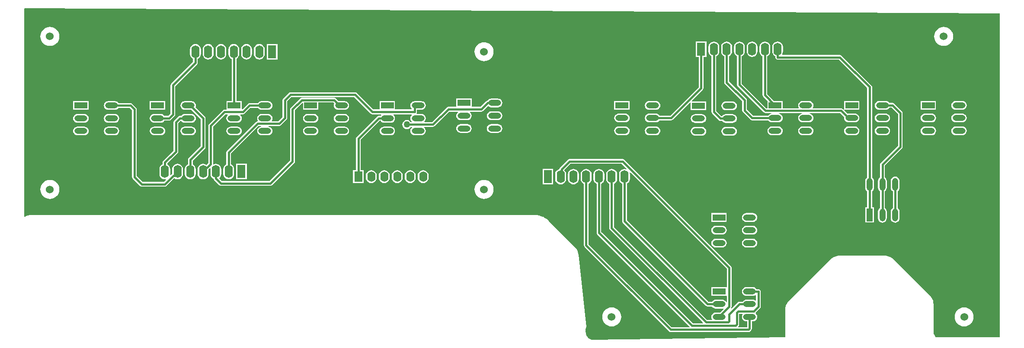
<source format=gtl>
%FSTAX23Y23*%
%MOIN*%
%SFA1B1*%

%IPPOS*%
%ADD22C,0.015750*%
%ADD23O,0.098430X0.047240*%
%ADD24R,0.098430X0.047240*%
%ADD25O,0.047240X0.098430*%
%ADD26R,0.047240X0.098430*%
%ADD27R,0.062990X0.098430*%
%ADD28O,0.062990X0.098430*%
%ADD29O,0.062990X0.078740*%
%ADD30R,0.062990X0.078740*%
%ADD31C,0.060000*%
%ADD32C,0.050000*%
%LNbutton_pad-1*%
%LPD*%
G36*
X08503Y02539D02*
Y00039D01*
X08011*
X08007Y00044*
X07999Y00055*
X07994Y00067*
X07992Y0008*
Y00086*
Y00295*
X07991Y00304*
X07988Y00322*
X0798Y0034*
X0797Y00355*
X07964Y00362*
X07686Y0064*
X07679Y00646*
X07663Y00657*
X07645Y00664*
X07625Y00668*
X07616Y00669*
X07265*
X07256Y00668*
X07236Y00664*
X07218Y00657*
X07202Y00646*
X07195Y0064*
X06879Y00324*
X06873Y00317*
X06862Y003*
X06854Y00282*
X0685Y00263*
X0685Y00253*
Y00039*
X05355Y0002*
X05349Y00023*
X05336Y00031*
X05326Y00041*
X05317Y00054*
X05312Y00068*
X05309Y00082*
X05309Y00097*
X05312Y00112*
X05315Y00119*
X05255Y00677*
Y00677*
X05254Y00686*
X05249Y00702*
X05242Y00717*
X05232Y00731*
X05226Y00737*
X05027Y00936*
X05022Y00942*
X05009Y00952*
X04996Y00961*
X04982Y00968*
X04967Y00974*
X04952Y00979*
X04936Y00982*
X04921Y00984*
X04913Y00984*
X01031*
X01025Y00983*
X01012Y00981*
X01Y00976*
X00989Y00969*
X00987Y00969*
X00984Y0097*
Y02575*
X00987Y02578*
X08503Y02539*
G37*
%LNbutton_pad-2*%
%LPC*%
G36*
X0807Y02435D02*
X08056Y02434D01*
X08042Y02429*
X0803Y02423*
X08019Y02414*
X08009Y02402*
X08003Y0239*
X07998Y02376*
X07997Y02362*
X07998Y02347*
X08003Y02334*
X08009Y02321*
X08019Y0231*
X0803Y02301*
X08042Y02294*
X08056Y0229*
X0807Y02288*
X08085Y0229*
X08098Y02294*
X08111Y02301*
X08122Y0231*
X08131Y02321*
X08138Y02334*
X08142Y02347*
X08144Y02362*
X08142Y02376*
X08138Y0239*
X08131Y02402*
X08122Y02414*
X08111Y02423*
X08098Y02429*
X08085Y02434*
X0807Y02435*
G37*
G36*
X01181D02*
X01166Y02434D01*
X01153Y02429*
X0114Y02423*
X01129Y02414*
X0112Y02402*
X01113Y0239*
X01109Y02376*
X01107Y02362*
X01109Y02347*
X01113Y02334*
X0112Y02321*
X01129Y0231*
X0114Y02301*
X01153Y02294*
X01166Y0229*
X01181Y02288*
X01195Y0229*
X01209Y02294*
X01221Y02301*
X01232Y0231*
X01242Y02321*
X01248Y02334*
X01253Y02347*
X01254Y02362*
X01253Y02376*
X01248Y0239*
X01242Y02402*
X01232Y02414*
X01221Y02423*
X01209Y02429*
X01195Y02434*
X01181Y02435*
G37*
G36*
X06594Y02323D02*
X06583Y02321D01*
X06573Y02317*
X06564Y02311*
X06558Y02302*
X06554Y02292*
X06552Y02281*
Y02246*
X06554Y02235*
X06558Y02225*
X06564Y02216*
X06573Y02209*
X06583Y02205*
X06594Y02204*
X06605Y02205*
X06615Y02209*
X06624Y02216*
X0663Y02225*
X06634Y02235*
X06636Y02246*
Y02281*
X06634Y02292*
X0663Y02302*
X06624Y02311*
X06615Y02317*
X06605Y02321*
X06594Y02323*
G37*
G36*
X02935Y02303D02*
X02852D01*
Y02184*
X02935*
Y02303*
G37*
G36*
X02795Y02303D02*
X02784Y02302D01*
X02774Y02298*
X02765Y02291*
X02759Y02282*
X02754Y02272*
X02753Y02261*
Y02226*
X02754Y02215*
X02759Y02205*
X02765Y02196*
X02774Y0219*
X02784Y02185*
X02795Y02184*
X02806Y02185*
X02816Y0219*
X02824Y02196*
X02831Y02205*
X02835Y02215*
X02837Y02226*
Y02261*
X02835Y02272*
X02831Y02282*
X02824Y02291*
X02816Y02298*
X02806Y02302*
X02795Y02303*
G37*
G36*
X02696D02*
X02686Y02302D01*
X02675Y02298*
X02667Y02291*
X0266Y02282*
X02656Y02272*
X02655Y02261*
Y02226*
X02656Y02215*
X0266Y02205*
X02667Y02196*
X02675Y0219*
X02686Y02185*
X02696Y02184*
X02707Y02185*
X02717Y0219*
X02726Y02196*
X02733Y02205*
X02737Y02215*
X02738Y02226*
Y02261*
X02737Y02272*
X02733Y02282*
X02726Y02291*
X02717Y02298*
X02707Y02302*
X02696Y02303*
G37*
G36*
X025D02*
X02489Y02302D01*
X02479Y02298*
X0247Y02291*
X02463Y02282*
X02459Y02272*
X02458Y02261*
Y02226*
X02459Y02215*
X02463Y02205*
X0247Y02196*
X02479Y0219*
X02489Y02185*
X025Y02184*
X0251Y02185*
X0252Y0219*
X02529Y02196*
X02536Y02205*
X0254Y02215*
X02541Y02226*
Y02261*
X0254Y02272*
X02536Y02282*
X02529Y02291*
X0252Y02298*
X0251Y02302*
X025Y02303*
G37*
G36*
X02401D02*
X0239Y02302D01*
X0238Y02298*
X02371Y02291*
X02365Y02282*
X02361Y02272*
X02359Y02261*
Y02226*
X02361Y02215*
X02365Y02205*
X02371Y02196*
X0238Y0219*
X0239Y02185*
X02401Y02184*
X02412Y02185*
X02422Y0219*
X02431Y02196*
X02437Y02205*
X02442Y02215*
X02443Y02226*
Y02261*
X02442Y02272*
X02437Y02282*
X02431Y02291*
X02422Y02298*
X02412Y02302*
X02401Y02303*
G37*
G36*
X04527Y02317D02*
X04513Y02316D01*
X04499Y02311*
X04486Y02305*
X04475Y02295*
X04466Y02284*
X04459Y02272*
X04455Y02258*
X04454Y02244*
X04455Y02229*
X04459Y02216*
X04466Y02203*
X04475Y02192*
X04486Y02183*
X04499Y02176*
X04513Y02172*
X04527Y0217*
X04541Y02172*
X04555Y02176*
X04568Y02183*
X04579Y02192*
X04588Y02203*
X04595Y02216*
X04599Y02229*
X046Y02244*
X04599Y02258*
X04595Y02272*
X04588Y02284*
X04579Y02295*
X04568Y02305*
X04555Y02311*
X04541Y02316*
X04527Y02317*
G37*
G36*
X03534Y01931D02*
D01*
X03035*
X03028Y01929*
X03022Y01925*
X02979Y01882*
X02975Y01877*
X02973Y0187*
Y01739*
X02941Y01707*
X02893*
X02891Y01711*
X02892Y01713*
X02895Y01721*
X02897Y0173*
X02895Y01739*
X02892Y01747*
X02887Y01754*
X0288Y01759*
X02871Y01763*
X02863Y01764*
X02811*
X02803Y01763*
X02795Y01759*
X02788Y01754*
X02782Y01747*
X02779Y01739*
X02778Y0173*
X02779Y01721*
X02782Y01713*
X02784Y01711*
X02783Y0171*
X02781Y01707*
X02775Y01705*
X02769Y01701*
X02546Y01478*
X02542Y01473*
X0254Y01466*
Y01373*
X02538Y01372*
X02529Y01366*
X02522Y01357*
X02518Y01347*
X02517Y01336*
Y01301*
X02518Y0129*
X02522Y0128*
X02529Y01271*
X02538Y01264*
X02548Y0126*
X02559Y01259*
X02569Y0126*
X02579Y01264*
X02588Y01271*
X02595Y0128*
X02599Y0129*
X026Y01301*
Y01336*
X02599Y01347*
X02595Y01357*
X02588Y01366*
X02579Y01372*
X02577Y01373*
Y01458*
X02789Y0167*
X02809*
X02809Y01665*
X02803Y01664*
X02795Y01661*
X02788Y01656*
X02782Y01649*
X02779Y0164*
X02778Y01632*
X02779Y01623*
X02782Y01615*
X02788Y01608*
X02795Y01602*
X02803Y01599*
X02811Y01598*
X02863*
X02871Y01599*
X0288Y01602*
X02887Y01608*
X02892Y01615*
X02895Y01623*
X02897Y01632*
X02895Y0164*
X02892Y01649*
X02887Y01656*
X0288Y01661*
X02871Y01664*
X02865Y01665*
X02865Y0167*
X02948*
X02955Y01672*
X02961Y01676*
X03005Y01719*
X03008Y01725*
X0301Y01732*
Y01862*
X03042Y01894*
X03526*
X03654Y01767*
X0366Y01763*
X03667Y01761*
X03734*
X03735Y01756*
X03732Y01754*
X03728Y01748*
X03715*
X03708Y01747*
X03702Y01743*
X03545Y01586*
X03541Y0158*
X0354Y01573*
Y01328*
X03516*
Y0123*
X03599*
Y01328*
X03576*
Y01566*
X03722Y01712*
X03728*
X03732Y01706*
X03739Y01701*
X03748Y01697*
X03756Y01696*
X03808*
X03816Y01697*
X03825Y01701*
X03832Y01706*
X03837Y01713*
X0384Y01721*
X03841Y0173*
X0384Y01739*
X03837Y01747*
X03832Y01754*
X03829Y01756*
X0383Y01761*
X0397*
X03971Y01756*
X03969Y01754*
X03963Y01747*
X0396Y01739*
X03959Y0173*
X0396Y01721*
X03963Y01713*
X03969Y01706*
X0397Y01705*
X03969Y017*
X03963*
X03957Y01706*
X0395Y01712*
X03942Y01716*
X03933Y01717*
X03923Y01716*
X03915Y01712*
X03908Y01706*
X03902Y01699*
X03898Y01691*
X03897Y01682*
X03898Y01672*
X03902Y01664*
X03908Y01657*
X03915Y01651*
X03923Y01647*
X03933Y01646*
X03942Y01647*
X0395Y01651*
X03957Y01657*
X03963Y01663*
X0397*
X03972Y01658*
X03969Y01656*
X03963Y01649*
X0396Y0164*
X03959Y01632*
X0396Y01623*
X03963Y01615*
X03969Y01608*
X03976Y01602*
X03984Y01599*
X03993Y01598*
X04044*
X04053Y01599*
X04061Y01602*
X04068Y01608*
X04073Y01615*
X04077Y01623*
X04078Y01632*
X04077Y0164*
X04073Y01649*
X04068Y01656*
X04064Y01658*
X04066Y01663*
X04134*
X0414Y01665*
X04146Y01669*
X04259Y01781*
X04325*
X04326Y01776*
X04323Y01774*
X04318Y01767*
X04314Y01759*
X04313Y0175*
X04314Y01741*
X04318Y01733*
X04323Y01726*
X0433Y0172*
X04338Y01717*
X04347Y01716*
X04398*
X04407Y01717*
X04415Y0172*
X04422Y01726*
X04427Y01733*
X04431Y01741*
X04432Y0175*
X04431Y01759*
X04427Y01767*
X04422Y01774*
X04419Y01776*
X0442Y01781*
X04507*
X04513Y01783*
X04519Y01787*
X04557Y01824*
X04559Y01824*
X04566Y01819*
X04574Y01815*
X04583Y01814*
X04634*
X04643Y01815*
X04651Y01819*
X04658Y01824*
X04664Y01831*
X04667Y01839*
X04668Y01848*
X04667Y01857*
X04664Y01865*
X04658Y01872*
X04651Y01878*
X04643Y01881*
X04634Y01882*
X04583*
X04574Y01881*
X04566Y01878*
X04559Y01872*
X04555Y01866*
X04548Y01865*
X04542Y01861*
X04499Y01818*
X04432*
Y01882*
X04313*
Y01818*
X04252*
X04245Y01816*
X04239Y01812*
X04126Y017*
X04068*
X04066Y01705*
X04068Y01706*
X04073Y01713*
X04077Y01721*
X04078Y0173*
X04077Y01739*
X04073Y01747*
X04068Y01754*
X04061Y01759*
X04053Y01763*
X04044Y01764*
X0401*
X04007Y01769*
X04009Y01773*
X04011Y0178*
Y01795*
X04044*
X04053Y01796*
X04061Y01799*
X04068Y01805*
X04073Y01812*
X04077Y0182*
X04078Y01829*
X04077Y01837*
X04073Y01845*
X04068Y01853*
X04061Y01858*
X04053Y01861*
X04044Y01862*
X03993*
X03984Y01861*
X03976Y01858*
X03969Y01853*
X03963Y01845*
X0396Y01837*
X03959Y01829*
X0396Y0182*
X03963Y01812*
X03969Y01805*
X03971Y01803*
X03969Y01798*
X03841*
Y01862*
X03723*
Y01798*
X03674*
X03546Y01925*
X0354Y01929*
X03534Y01931*
G37*
G36*
X06692Y02323D02*
X06682Y02321D01*
X06671Y02317*
X06663Y02311*
X06656Y02302*
X06652Y02292*
X06651Y02281*
Y02246*
X06652Y02235*
X06656Y02225*
X06663Y02216*
X06671Y02209*
X06674Y02208*
Y01909*
X06676Y01902*
X0668Y01896*
X06712Y01864*
Y01807*
X06702*
X06514Y01995*
Y02208*
X06516Y02209*
X06525Y02216*
X06532Y02225*
X06536Y02235*
X06537Y02246*
Y02281*
X06536Y02292*
X06532Y02302*
X06525Y02311*
X06516Y02317*
X06506Y02321*
X06496Y02323*
X06485Y02321*
X06475Y02317*
X06466Y02311*
X06459Y02302*
X06455Y02292*
X06454Y02281*
Y02246*
X06455Y02235*
X06459Y02225*
X06466Y02216*
X06475Y02209*
X06477Y02208*
Y01988*
X06479Y01981*
X06483Y01975*
X06682Y01776*
X06688Y01772*
X06695Y0177*
X06742*
X06742Y01765*
X06737Y01765*
X06729Y01761*
X06722Y01756*
X06717Y0175*
X06602*
X06553Y01798*
Y0187*
X06552Y01877*
X06548Y01882*
X06415Y02015*
Y02208*
X06418Y02209*
X06427Y02216*
X06433Y02225*
X06438Y02235*
X06439Y02246*
Y02281*
X06438Y02292*
X06433Y02302*
X06427Y02311*
X06418Y02317*
X06408Y02321*
X06397Y02323*
X06386Y02321*
X06376Y02317*
X06368Y02311*
X06361Y02302*
X06357Y02292*
X06355Y02281*
Y02246*
X06357Y02235*
X06361Y02225*
X06368Y02216*
X06376Y02209*
X06379Y02208*
Y02007*
X0638Y02*
X06384Y01994*
X06517Y01862*
Y01791*
X06518Y01784*
X06522Y01778*
X06581Y01719*
X06587Y01715*
X06594Y01714*
X06717*
X06722Y01708*
X06729Y01702*
X06737Y01699*
X06746Y01698*
X06797*
X06806Y01699*
X06814Y01702*
X06821Y01708*
X06826Y01715*
X0683Y01723*
X06831Y01732*
X0683Y01741*
X06826Y01749*
X06821Y01756*
X06814Y01761*
X06806Y01765*
X068Y01765*
X068Y0177*
X06978*
X06979Y01765*
X06973Y01765*
X06965Y01761*
X06958Y01756*
X06952Y01749*
X06949Y01741*
X06948Y01732*
X06949Y01723*
X06952Y01715*
X06958Y01708*
X06965Y01702*
X06973Y01699*
X06982Y01698*
X07033*
X07042Y01699*
X0705Y01702*
X07057Y01708*
X07062Y01715*
X07066Y01723*
X07067Y01732*
X07066Y01741*
X07062Y01749*
X07057Y01756*
X0705Y01761*
X07042Y01765*
X07036Y01765*
X07036Y0177*
X07272*
X07303Y01739*
X07302Y01732*
X07303Y01723*
X07307Y01715*
X07312Y01708*
X07319Y01702*
X07327Y01699*
X07336Y01698*
X07387*
X07396Y01699*
X07404Y01702*
X07411Y01708*
X07417Y01715*
X0742Y01723*
X07421Y01732*
X0742Y01741*
X07417Y01749*
X07411Y01756*
X07404Y01761*
X07396Y01765*
X07387Y01766*
X07336*
X07329Y01765*
X07302Y01792*
X07305Y01797*
X07307*
X07421*
Y01864*
X07302*
Y01801*
Y01799*
X07298Y01797*
X07293Y01801*
X07287Y01805*
X0728Y01807*
X07063*
X07061Y01811*
X07062Y01813*
X07066Y01821*
X07067Y0183*
X07066Y01839*
X07062Y01847*
X07057Y01854*
X0705Y0186*
X07042Y01863*
X07033Y01864*
X06982*
X06973Y01863*
X06965Y0186*
X06958Y01854*
X06952Y01847*
X06949Y01839*
X06948Y0183*
X06949Y01821*
X06952Y01813*
X06954Y01811*
X06952Y01807*
X0683*
Y01864*
X06763*
X06711Y01917*
Y02208*
X06713Y02209*
X06722Y02216*
X06729Y02225*
X06733Y02235*
X06734Y02246*
Y02281*
X06733Y02292*
X06729Y02302*
X06722Y02311*
X06713Y02317*
X06703Y02321*
X06692Y02323*
G37*
G36*
X08011Y01864D02*
X07893D01*
Y01797*
X08011*
Y01864*
G37*
G36*
X05649D02*
X05531D01*
Y01797*
X05649*
Y01864*
G37*
G36*
X08214Y01864D02*
X08163D01*
X08154Y01863*
X08146Y0186*
X08139Y01854*
X08134Y01847*
X0813Y01839*
X08129Y0183*
X0813Y01821*
X08134Y01813*
X08139Y01806*
X08146Y01801*
X08154Y01797*
X08163Y01796*
X08214*
X08223Y01797*
X08231Y01801*
X08238Y01806*
X08243Y01813*
X08247Y01821*
X08248Y0183*
X08247Y01839*
X08243Y01847*
X08238Y01854*
X08231Y0186*
X08223Y01863*
X08214Y01864*
G37*
G36*
X05852D02*
X05801D01*
X05792Y01863*
X05784Y0186*
X05777Y01854*
X05771Y01847*
X05768Y01839*
X05767Y0183*
X05768Y01821*
X05771Y01813*
X05777Y01806*
X05784Y01801*
X05792Y01797*
X05801Y01796*
X05852*
X05861Y01797*
X05869Y01801*
X05876Y01806*
X05881Y01813*
X05885Y01821*
X05886Y0183*
X05885Y01839*
X05881Y01847*
X05876Y01854*
X05869Y0186*
X05861Y01863*
X05852Y01864*
G37*
G36*
X0207Y01862D02*
X01951D01*
Y01795*
X0207*
Y01862*
G37*
G36*
X01479D02*
X01361D01*
Y01795*
X01479*
Y01862*
G37*
G36*
X02598Y02303D02*
X02587Y02302D01*
X02577Y02298*
X02568Y02291*
X02562Y02282*
X02558Y02272*
X02556Y02261*
Y02226*
X02558Y02215*
X02562Y02205*
X02568Y02196*
X02577Y0219*
X02583Y02187*
Y01862*
X02542*
Y01797*
X02527*
X0252Y01795*
X02514Y01791*
X02408Y01686*
X02404Y0168*
X02403Y01673*
X02403*
Y01385*
X02387Y01369*
X02383Y01372*
X02373Y01377*
X02362Y01378*
X02351Y01377*
X02341Y01372*
X02332Y01366*
X02325Y01357*
X02321Y01347*
X0232Y01336*
Y01301*
X02321Y0129*
X02325Y0128*
X02332Y01271*
X02341Y01264*
X02351Y0126*
X02362Y01259*
X02373Y0126*
X02383Y01264*
X02391Y01271*
X02398Y0128*
X02402Y0129*
X02404Y01301*
Y01336*
X02407Y01338*
X02414Y01345*
X02419Y01343*
X02418Y01336*
Y01301*
X0242Y0129*
X02424Y0128*
X02431Y01271*
X02439Y01264*
X02442Y01263*
X02443Y01259*
X02447Y01253*
X02487Y01214*
X02493Y0121*
X025Y01208*
X0288*
X02887Y0121*
X02893Y01214*
X03064Y01384*
X03068Y0139*
X03069Y01397*
Y0179*
X03127Y01848*
X03132Y01846*
Y01795*
X03251*
Y01852*
X03364*
X03372Y01845*
X03369Y01837*
X03368Y01829*
X03369Y0182*
X03373Y01812*
X03378Y01805*
X03385Y01799*
X03393Y01796*
X03402Y01795*
X03453*
X03462Y01796*
X0347Y01799*
X03477Y01805*
X03483Y01812*
X03486Y0182*
X03487Y01829*
X03486Y01837*
X03483Y01845*
X03477Y01853*
X0347Y01858*
X03462Y01861*
X03453Y01862*
X03405*
X03403Y01865*
X03385Y01883*
X03379Y01887*
X03372Y01889*
X03124*
X03117Y01887*
X03111Y01883*
X03038Y01811*
X03034Y01805*
X03032Y01798*
Y01405*
X02872Y01245*
X02507*
X02487Y01264*
X02488Y01269*
X0249Y01271*
X02496Y0128*
X02501Y0129*
X02502Y01301*
Y01336*
X02501Y01347*
X02496Y01357*
X0249Y01366*
X02481Y01372*
X02471Y01377*
X0246Y01378*
X02449Y01377*
X02443Y01374*
X02439Y01377*
Y01665*
X02534Y0176*
X02551*
X02553Y01755*
X02551Y01754*
X02546Y01747*
X02543Y01739*
X02541Y0173*
X02543Y01721*
X02546Y01713*
X02551Y01706*
X02558Y01701*
X02566Y01697*
X02575Y01696*
X02626*
X02635Y01697*
X02643Y01701*
X0265Y01706*
X02656Y01713*
X02659Y01721*
X0266Y0173*
X02659Y01739*
X02656Y01747*
X0265Y01754*
X02649Y01755*
X02651Y0176*
X02668*
X02675Y01762*
X02681Y01766*
X02726Y0181*
X02783*
X02788Y01805*
X02795Y01799*
X02803Y01796*
X02811Y01795*
X02863*
X02871Y01796*
X0288Y01799*
X02887Y01805*
X02892Y01812*
X02895Y0182*
X02897Y01829*
X02895Y01837*
X02892Y01845*
X02887Y01853*
X0288Y01858*
X02871Y01861*
X02863Y01862*
X02811*
X02803Y01861*
X02795Y01858*
X02788Y01853*
X02783Y01847*
X02719*
X02712Y01845*
X02706Y01841*
X02665Y01801*
X0266Y01803*
Y01862*
X02619*
Y0219*
X02628Y02196*
X02634Y02205*
X02638Y02215*
X0264Y02226*
Y02261*
X02638Y02272*
X02634Y02282*
X02628Y02291*
X02619Y02298*
X02609Y02302*
X02598Y02303*
G37*
G36*
X06242Y02322D02*
X06159D01*
Y02204*
X06182*
Y0197*
X05962Y0175*
X0588*
X05876Y01756*
X05869Y01761*
X05861Y01765*
X05852Y01766*
X05801*
X05792Y01765*
X05784Y01761*
X05777Y01756*
X05771Y01749*
X05768Y01741*
X05767Y01732*
X05768Y01723*
X05771Y01715*
X05777Y01708*
X05784Y01702*
X05792Y01699*
X05801Y01698*
X05852*
X05861Y01699*
X05869Y01702*
X05876Y01708*
X0588Y01714*
X0597*
X05976Y01715*
X05982Y01719*
X06117Y01853*
X06121Y01851*
Y01793*
X0624*
Y0186*
X0613*
X06128Y01865*
X06213Y0195*
X06217Y01956*
X06219Y01963*
Y02204*
X06242*
Y02322*
G37*
G36*
X06442Y0186D02*
X06391D01*
X06382Y01859*
X06374Y01856*
X06367Y0185*
X06362Y01843*
X06358Y01835*
X06357Y01826*
X06358Y01817*
X06362Y01809*
X06367Y01802*
X06374Y01797*
X06382Y01794*
X06391Y01792*
X06442*
X06451Y01794*
X06459Y01797*
X06466Y01802*
X06472Y01809*
X06475Y01817*
X06476Y01826*
X06475Y01835*
X06472Y01843*
X06466Y0185*
X06459Y01856*
X06451Y01859*
X06442Y0186*
G37*
G36*
X02303Y02303D02*
X02292Y02302D01*
X02282Y02298*
X02273Y02291*
X02266Y02282*
X02262Y02272*
X02261Y02261*
Y02226*
X02262Y02215*
X02266Y02205*
X02273Y02196*
X02282Y0219*
X02284Y02189*
Y02166*
X02116Y01997*
X02112Y01991*
X0211Y01985*
Y01767*
X02092Y01748*
X02064*
X0206Y01754*
X02053Y01759*
X02045Y01763*
X02036Y01764*
X01985*
X01976Y01763*
X01968Y01759*
X01961Y01754*
X01955Y01747*
X01952Y01739*
X01951Y0173*
X01952Y01721*
X01955Y01713*
X01961Y01706*
X01968Y01701*
X01976Y01697*
X01985Y01696*
X02036*
X02045Y01697*
X02053Y01701*
X0206Y01706*
X02064Y01712*
X021*
X02106Y01713*
X02112Y01717*
X02141Y01746*
X02145Y01752*
X02147Y01759*
Y01977*
X02316Y02146*
X02319Y02152*
X02321Y02159*
Y02189*
X02324Y0219*
X02332Y02196*
X02339Y02205*
X02343Y02215*
X02345Y02226*
Y02261*
X02343Y02272*
X02339Y02282*
X02332Y02291*
X02324Y02298*
X02313Y02302*
X02303Y02303*
G37*
G36*
X04634Y01784D02*
X04583D01*
X04574Y01783*
X04566Y01779*
X04559Y01774*
X04554Y01767*
X0455Y01759*
X04549Y0175*
X0455Y01741*
X04554Y01733*
X04559Y01726*
X04566Y0172*
X04574Y01717*
X04583Y01716*
X04634*
X04643Y01717*
X04651Y0172*
X04658Y01726*
X04664Y01733*
X04667Y01741*
X04668Y0175*
X04667Y01759*
X04664Y01767*
X04658Y01774*
X04651Y01779*
X04643Y01783*
X04634Y01784*
G37*
G36*
X08214Y01766D02*
X08163D01*
X08154Y01765*
X08146Y01761*
X08139Y01756*
X08134Y01749*
X0813Y01741*
X08129Y01732*
X0813Y01723*
X08134Y01715*
X08139Y01708*
X08146Y01702*
X08154Y01699*
X08163Y01698*
X08214*
X08223Y01699*
X08231Y01702*
X08238Y01708*
X08243Y01715*
X08247Y01723*
X08248Y01732*
X08247Y01741*
X08243Y01749*
X08238Y01756*
X08231Y01761*
X08223Y01765*
X08214Y01766*
G37*
G36*
X07978D02*
X07927D01*
X07918Y01765*
X0791Y01761*
X07903Y01756*
X07897Y01749*
X07894Y01741*
X07893Y01732*
X07894Y01723*
X07897Y01715*
X07903Y01708*
X0791Y01702*
X07918Y01699*
X07927Y01698*
X07978*
X07987Y01699*
X07995Y01702*
X08002Y01708*
X08007Y01715*
X08011Y01723*
X08012Y01732*
X08011Y01741*
X08007Y01749*
X08002Y01756*
X07995Y01761*
X07987Y01765*
X07978Y01766*
G37*
G36*
X07624D02*
X07572D01*
X07564Y01765*
X07555Y01761*
X07548Y01756*
X07543Y01749*
X0754Y01741*
X07538Y01732*
X0754Y01723*
X07543Y01715*
X07548Y01708*
X07555Y01702*
X07564Y01699*
X07572Y01698*
X07624*
X07632Y01699*
X0764Y01702*
X07648Y01708*
X07653Y01715*
X07656Y01723*
X07657Y01732*
X07656Y01741*
X07653Y01749*
X07648Y01756*
X0764Y01761*
X07632Y01765*
X07624Y01766*
G37*
G36*
X05616D02*
X05564D01*
X05556Y01765*
X05548Y01761*
X0554Y01756*
X05535Y01749*
X05532Y01741*
X05531Y01732*
X05532Y01723*
X05535Y01715*
X0554Y01708*
X05548Y01702*
X05556Y01699*
X05564Y01698*
X05616*
X05624Y01699*
X05633Y01702*
X0564Y01708*
X05645Y01715*
X05648Y01723*
X0565Y01732*
X05648Y01741*
X05645Y01749*
X0564Y01756*
X05633Y01761*
X05624Y01765*
X05616Y01766*
G37*
G36*
X03453Y01764D02*
X03402D01*
X03393Y01763*
X03385Y01759*
X03378Y01754*
X03373Y01747*
X03369Y01739*
X03368Y0173*
X03369Y01721*
X03373Y01713*
X03378Y01706*
X03385Y01701*
X03393Y01697*
X03402Y01696*
X03453*
X03462Y01697*
X0347Y01701*
X03477Y01706*
X03483Y01713*
X03486Y01721*
X03487Y0173*
X03486Y01739*
X03483Y01747*
X03477Y01754*
X0347Y01759*
X03462Y01763*
X03453Y01764*
G37*
G36*
X03217D02*
X03166D01*
X03157Y01763*
X03149Y01759*
X03142Y01754*
X03136Y01747*
X03133Y01739*
X03132Y0173*
X03133Y01721*
X03136Y01713*
X03142Y01706*
X03149Y01701*
X03157Y01697*
X03166Y01696*
X03217*
X03226Y01697*
X03234Y01701*
X03241Y01706*
X03246Y01713*
X0325Y01721*
X03251Y0173*
X0325Y01739*
X03246Y01747*
X03241Y01754*
X03234Y01759*
X03226Y01763*
X03217Y01764*
G37*
G36*
X01682Y01862D02*
X0163D01*
X01622Y01861*
X01613Y01858*
X01606Y01853*
X01601Y01845*
X01598Y01837*
X01596Y01829*
X01598Y0182*
X01601Y01812*
X01606Y01805*
X01613Y01799*
X01622Y01796*
X0163Y01795*
X01682*
X0169Y01796*
X01699Y01799*
X01706Y01805*
X0171Y0181*
X01795*
X01814Y01791*
Y01277*
X01816Y0127*
X0182Y01264*
X01876Y01207*
X01882Y01203*
X01889Y01202*
X02066*
X02073Y01203*
X02079Y01207*
X0214Y01268*
X02144Y01264*
X02154Y0126*
X02165Y01259*
X02176Y0126*
X02186Y01264*
X02194Y01271*
X02201Y0128*
X02205Y0129*
X02207Y01301*
Y01336*
X02205Y01347*
X02201Y01357*
X02194Y01366*
X02186Y01372*
X02176Y01377*
X02165Y01378*
X02154Y01377*
X02144Y01372*
X02135Y01366*
X02129Y01357*
X02124Y01347*
X02123Y01336*
Y01301*
X0212Y01299*
X02112Y01291*
X02107Y01294*
X02108Y01301*
Y01336*
X02107Y01347*
X02103Y01357*
X02096Y01366*
X02087Y01372*
X02085Y01373*
Y01381*
X02164Y01461*
X02168Y01467*
X0217Y01474*
Y01692*
X02188Y0171*
X02194Y0171*
X02197Y01706*
X02204Y01701*
X02212Y01697*
X02221Y01696*
X02272*
X02281Y01697*
X02289Y01701*
X02296Y01706*
X02301Y01713*
X02305Y01721*
X02306Y0173*
X02305Y01739*
X02301Y01747*
X02296Y01754*
X02289Y01759*
X02281Y01763*
X02272Y01764*
X02221*
X02212Y01763*
X02204Y01759*
X02197Y01754*
X02193Y01748*
X02182*
X02175Y01747*
X02169Y01743*
X02139Y01712*
X02135Y01706*
X02133Y017*
Y01481*
X02054Y01401*
X0205Y01395*
X02048Y01388*
Y01373*
X02046Y01372*
X02037Y01366*
X0203Y01357*
X02026Y01347*
X02025Y01336*
Y01301*
X02026Y0129*
X0203Y0128*
X02037Y01271*
X02046Y01264*
X02056Y0126*
X02066Y01259*
X02073Y0126*
X02076Y01255*
X02059Y01238*
X01897*
X01851Y01284*
Y01799*
X01849Y01805*
X01845Y01811*
X01815Y01841*
X01809Y01845*
X01803Y01847*
X0171*
X01706Y01853*
X01699Y01858*
X0169Y01861*
X01682Y01862*
G37*
G36*
Y01764D02*
X0163D01*
X01622Y01763*
X01613Y01759*
X01606Y01754*
X01601Y01747*
X01598Y01739*
X01596Y0173*
X01598Y01721*
X01601Y01713*
X01606Y01706*
X01613Y01701*
X01622Y01697*
X0163Y01696*
X01682*
X0169Y01697*
X01699Y01701*
X01706Y01706*
X01711Y01713*
X01714Y01721*
X01715Y0173*
X01714Y01739*
X01711Y01747*
X01706Y01754*
X01699Y01759*
X0169Y01763*
X01682Y01764*
G37*
G36*
X01445D02*
X01394D01*
X01385Y01763*
X01377Y01759*
X0137Y01754*
X01365Y01747*
X01361Y01739*
X0136Y0173*
X01361Y01721*
X01365Y01713*
X0137Y01706*
X01377Y01701*
X01385Y01697*
X01394Y01696*
X01445*
X01454Y01697*
X01462Y01701*
X01469Y01706*
X01475Y01713*
X01478Y01721*
X01479Y0173*
X01478Y01739*
X01475Y01747*
X01469Y01754*
X01462Y01759*
X01454Y01763*
X01445Y01764*
G37*
G36*
X06299Y02323D02*
X06288Y02321D01*
X06278Y02317*
X06269Y02311*
X06262Y02302*
X06258Y02292*
X06257Y02281*
Y02246*
X06258Y02235*
X06262Y02225*
X06269Y02216*
X06278Y02209*
X0628Y02208*
Y01779*
X06282Y01772*
X06286Y01766*
X06337Y01715*
X06343Y01711*
X0635Y0171*
X06363*
X06367Y01704*
X06374Y01698*
X06382Y01695*
X06391Y01694*
X06442*
X06451Y01695*
X06459Y01698*
X06466Y01704*
X06472Y01711*
X06475Y01719*
X06476Y01728*
X06475Y01737*
X06472Y01745*
X06466Y01752*
X06459Y01757*
X06451Y01761*
X06442Y01762*
X06391*
X06382Y01761*
X06374Y01757*
X06367Y01752*
X06363Y01746*
X06357*
X06317Y01786*
Y02208*
X0632Y02209*
X06328Y02216*
X06335Y02225*
X06339Y02235*
X06341Y02246*
Y02281*
X06339Y02292*
X06335Y02302*
X06328Y02311*
X0632Y02317*
X0631Y02321*
X06299Y02323*
G37*
G36*
X06206Y01762D02*
X06155D01*
X06146Y01761*
X06138Y01757*
X06131Y01752*
X06126Y01745*
X06122Y01737*
X06121Y01728*
X06122Y01719*
X06126Y01711*
X06131Y01704*
X06138Y01698*
X06146Y01695*
X06155Y01694*
X06206*
X06215Y01695*
X06223Y01698*
X0623Y01704*
X06236Y01711*
X06239Y01719*
X0624Y01728*
X06239Y01737*
X06236Y01745*
X0623Y01752*
X06223Y01757*
X06215Y01761*
X06206Y01762*
G37*
G36*
X04634Y01685D02*
X04583D01*
X04574Y01684*
X04566Y01681*
X04559Y01675*
X04554Y01668*
X0455Y0166*
X04549Y01651*
X0455Y01643*
X04554Y01634*
X04559Y01627*
X04566Y01622*
X04574Y01619*
X04583Y01617*
X04634*
X04643Y01619*
X04651Y01622*
X04658Y01627*
X04664Y01634*
X04667Y01643*
X04668Y01651*
X04667Y0166*
X04664Y01668*
X04658Y01675*
X04651Y01681*
X04643Y01684*
X04634Y01685*
G37*
G36*
X04398D02*
X04347D01*
X04338Y01684*
X0433Y01681*
X04323Y01675*
X04318Y01668*
X04314Y0166*
X04313Y01651*
X04314Y01643*
X04318Y01634*
X04323Y01627*
X0433Y01622*
X04338Y01619*
X04347Y01617*
X04398*
X04407Y01619*
X04415Y01622*
X04422Y01627*
X04427Y01634*
X04431Y01643*
X04432Y01651*
X04431Y0166*
X04427Y01668*
X04422Y01675*
X04415Y01681*
X04407Y01684*
X04398Y01685*
G37*
G36*
X08214Y01667D02*
X08163D01*
X08154Y01666*
X08146Y01663*
X08139Y01657*
X08134Y0165*
X0813Y01642*
X08129Y01633*
X0813Y01625*
X08134Y01616*
X08139Y01609*
X08146Y01604*
X08154Y01601*
X08163Y01599*
X08214*
X08223Y01601*
X08231Y01604*
X08238Y01609*
X08243Y01616*
X08247Y01625*
X08248Y01633*
X08247Y01642*
X08243Y0165*
X08238Y01657*
X08231Y01663*
X08223Y01666*
X08214Y01667*
G37*
G36*
X07978D02*
X07927D01*
X07918Y01666*
X0791Y01663*
X07903Y01657*
X07897Y0165*
X07894Y01642*
X07893Y01633*
X07894Y01625*
X07897Y01616*
X07903Y01609*
X0791Y01604*
X07918Y01601*
X07927Y01599*
X07978*
X07987Y01601*
X07995Y01604*
X08002Y01609*
X08007Y01616*
X08011Y01625*
X08012Y01633*
X08011Y01642*
X08007Y0165*
X08002Y01657*
X07995Y01663*
X07987Y01666*
X07978Y01667*
G37*
G36*
X07624D02*
X07572D01*
X07564Y01666*
X07555Y01663*
X07548Y01657*
X07543Y0165*
X0754Y01642*
X07538Y01633*
X0754Y01625*
X07543Y01616*
X07548Y01609*
X07555Y01604*
X07564Y01601*
X07572Y01599*
X07624*
X07632Y01601*
X0764Y01604*
X07648Y01609*
X07653Y01616*
X07656Y01625*
X07657Y01633*
X07656Y01642*
X07653Y0165*
X07648Y01657*
X0764Y01663*
X07632Y01666*
X07624Y01667*
G37*
G36*
X07387D02*
X07336D01*
X07327Y01666*
X07319Y01663*
X07312Y01657*
X07307Y0165*
X07303Y01642*
X07302Y01633*
X07303Y01625*
X07307Y01616*
X07312Y01609*
X07319Y01604*
X07327Y01601*
X07336Y01599*
X07387*
X07396Y01601*
X07404Y01604*
X07411Y01609*
X07417Y01616*
X0742Y01625*
X07421Y01633*
X0742Y01642*
X07417Y0165*
X07411Y01657*
X07404Y01663*
X07396Y01666*
X07387Y01667*
G37*
G36*
X07033D02*
X06982D01*
X06973Y01666*
X06965Y01663*
X06958Y01657*
X06952Y0165*
X06949Y01642*
X06948Y01633*
X06949Y01625*
X06952Y01616*
X06958Y01609*
X06965Y01604*
X06973Y01601*
X06982Y01599*
X07033*
X07042Y01601*
X0705Y01604*
X07057Y01609*
X07062Y01616*
X07066Y01625*
X07067Y01633*
X07066Y01642*
X07062Y0165*
X07057Y01657*
X0705Y01663*
X07042Y01666*
X07033Y01667*
G37*
G36*
X06797D02*
X06746D01*
X06737Y01666*
X06729Y01663*
X06722Y01657*
X06716Y0165*
X06713Y01642*
X06712Y01633*
X06713Y01625*
X06716Y01616*
X06722Y01609*
X06729Y01604*
X06737Y01601*
X06746Y01599*
X06797*
X06806Y01601*
X06814Y01604*
X06821Y01609*
X06826Y01616*
X0683Y01625*
X06831Y01633*
X0683Y01642*
X06826Y0165*
X06821Y01657*
X06814Y01663*
X06806Y01666*
X06797Y01667*
G37*
G36*
X05852D02*
X05801D01*
X05792Y01666*
X05784Y01663*
X05777Y01657*
X05771Y0165*
X05768Y01642*
X05767Y01633*
X05768Y01625*
X05771Y01616*
X05777Y01609*
X05784Y01604*
X05792Y01601*
X05801Y01599*
X05852*
X05861Y01601*
X05869Y01604*
X05876Y01609*
X05881Y01616*
X05885Y01625*
X05886Y01633*
X05885Y01642*
X05881Y0165*
X05876Y01657*
X05869Y01663*
X05861Y01666*
X05852Y01667*
G37*
G36*
X05616D02*
X05564D01*
X05556Y01666*
X05548Y01663*
X0554Y01657*
X05535Y0165*
X05532Y01642*
X05531Y01633*
X05532Y01625*
X05535Y01616*
X0554Y01609*
X05548Y01604*
X05556Y01601*
X05564Y01599*
X05616*
X05624Y01601*
X05633Y01604*
X0564Y01609*
X05645Y01616*
X05648Y01625*
X0565Y01633*
X05648Y01642*
X05645Y0165*
X0564Y01657*
X05633Y01663*
X05624Y01666*
X05616Y01667*
G37*
G36*
X03808Y01666D02*
X03756D01*
X03748Y01664*
X03739Y01661*
X03732Y01656*
X03727Y01649*
X03724Y0164*
X03722Y01632*
X03724Y01623*
X03727Y01615*
X03732Y01608*
X03739Y01602*
X03748Y01599*
X03756Y01598*
X03808*
X03816Y01599*
X03825Y01602*
X03832Y01608*
X03837Y01615*
X0384Y01623*
X03841Y01632*
X0384Y0164*
X03837Y01649*
X03832Y01656*
X03825Y01661*
X03816Y01664*
X03808Y01666*
G37*
G36*
X03453D02*
X03402D01*
X03393Y01664*
X03385Y01661*
X03378Y01656*
X03373Y01649*
X03369Y0164*
X03368Y01632*
X03369Y01623*
X03373Y01615*
X03378Y01608*
X03385Y01602*
X03393Y01599*
X03402Y01598*
X03453*
X03462Y01599*
X0347Y01602*
X03477Y01608*
X03483Y01615*
X03486Y01623*
X03487Y01632*
X03486Y0164*
X03483Y01649*
X03477Y01656*
X0347Y01661*
X03462Y01664*
X03453Y01666*
G37*
G36*
X03217D02*
X03166D01*
X03157Y01664*
X03149Y01661*
X03142Y01656*
X03136Y01649*
X03133Y0164*
X03132Y01632*
X03133Y01623*
X03136Y01615*
X03142Y01608*
X03149Y01602*
X03157Y01599*
X03166Y01598*
X03217*
X03226Y01599*
X03234Y01602*
X03241Y01608*
X03246Y01615*
X0325Y01623*
X03251Y01632*
X0325Y0164*
X03246Y01649*
X03241Y01656*
X03234Y01661*
X03226Y01664*
X03217Y01666*
G37*
G36*
X02626D02*
X02575D01*
X02566Y01664*
X02558Y01661*
X02551Y01656*
X02546Y01649*
X02543Y0164*
X02541Y01632*
X02543Y01623*
X02546Y01615*
X02551Y01608*
X02558Y01602*
X02566Y01599*
X02575Y01598*
X02626*
X02635Y01599*
X02643Y01602*
X0265Y01608*
X02656Y01615*
X02659Y01623*
X0266Y01632*
X02659Y0164*
X02656Y01649*
X0265Y01656*
X02643Y01661*
X02635Y01664*
X02626Y01666*
G37*
G36*
X02272D02*
X02221D01*
X02212Y01664*
X02204Y01661*
X02197Y01656*
X02192Y01649*
X02188Y0164*
X02187Y01632*
X02188Y01623*
X02192Y01615*
X02197Y01608*
X02204Y01602*
X02212Y01599*
X02221Y01598*
X02272*
X02281Y01599*
X02289Y01602*
X02296Y01608*
X02301Y01615*
X02305Y01623*
X02306Y01632*
X02305Y0164*
X02301Y01649*
X02296Y01656*
X02289Y01661*
X02281Y01664*
X02272Y01666*
G37*
G36*
X02036D02*
X01985D01*
X01976Y01664*
X01968Y01661*
X01961Y01656*
X01955Y01649*
X01952Y0164*
X01951Y01632*
X01952Y01623*
X01955Y01615*
X01961Y01608*
X01968Y01602*
X01976Y01599*
X01985Y01598*
X02036*
X02045Y01599*
X02053Y01602*
X0206Y01608*
X02065Y01615*
X02069Y01623*
X0207Y01632*
X02069Y0164*
X02065Y01649*
X0206Y01656*
X02053Y01661*
X02045Y01664*
X02036Y01666*
G37*
G36*
X01682D02*
X0163D01*
X01622Y01664*
X01613Y01661*
X01606Y01656*
X01601Y01649*
X01598Y0164*
X01596Y01632*
X01598Y01623*
X01601Y01615*
X01606Y01608*
X01613Y01602*
X01622Y01599*
X0163Y01598*
X01682*
X0169Y01599*
X01699Y01602*
X01706Y01608*
X01711Y01615*
X01714Y01623*
X01715Y01632*
X01714Y0164*
X01711Y01649*
X01706Y01656*
X01699Y01661*
X0169Y01664*
X01682Y01666*
G37*
G36*
X01445D02*
X01394D01*
X01385Y01664*
X01377Y01661*
X0137Y01656*
X01365Y01649*
X01361Y0164*
X0136Y01632*
X01361Y01623*
X01365Y01615*
X0137Y01608*
X01377Y01602*
X01385Y01599*
X01394Y01598*
X01445*
X01454Y01599*
X01462Y01602*
X01469Y01608*
X01475Y01615*
X01478Y01623*
X01479Y01632*
X01478Y0164*
X01475Y01649*
X01469Y01656*
X01462Y01661*
X01454Y01664*
X01445Y01666*
G37*
G36*
X06442Y01663D02*
X06391D01*
X06382Y01662*
X06374Y01659*
X06367Y01653*
X06362Y01646*
X06358Y01638*
X06357Y01629*
X06358Y01621*
X06362Y01612*
X06367Y01605*
X06374Y016*
X06382Y01597*
X06391Y01596*
X06442*
X06451Y01597*
X06459Y016*
X06466Y01605*
X06472Y01612*
X06475Y01621*
X06476Y01629*
X06475Y01638*
X06472Y01646*
X06466Y01653*
X06459Y01659*
X06451Y01662*
X06442Y01663*
G37*
G36*
X06206D02*
X06155D01*
X06146Y01662*
X06138Y01659*
X06131Y01653*
X06126Y01646*
X06122Y01638*
X06121Y01629*
X06122Y01621*
X06126Y01612*
X06131Y01605*
X06138Y016*
X06146Y01597*
X06155Y01596*
X06206*
X06215Y01597*
X06223Y016*
X0623Y01605*
X06236Y01612*
X06239Y01621*
X0624Y01629*
X06239Y01638*
X06236Y01646*
X0623Y01653*
X06223Y01659*
X06215Y01662*
X06206Y01663*
G37*
G36*
X05595Y01415D02*
D01*
X05186*
X05179Y01414*
X05173Y0141*
X05112Y01349*
X05108Y01343*
X05107Y01337*
X05097Y01333*
X05088Y01326*
X05081Y01318*
X05077Y01308*
X05076Y01297*
Y01261*
X05077Y0125*
X05081Y0124*
X05088Y01232*
X05097Y01225*
X05107Y01221*
X05118Y01219*
X05128Y01221*
X05139Y01225*
X05147Y01232*
X05154Y0124*
X05158Y0125*
X05159Y01261*
Y01297*
X05158Y01308*
X05154Y01318*
X05147Y01326*
X05147Y01327*
X05146Y01332*
X05193Y01379*
X05587*
X05626Y0134*
X05623Y01336*
X05621Y01337*
X0561Y01339*
X05599Y01337*
X05589Y01333*
X0558Y01326*
X05573Y01318*
X05569Y01308*
X05568Y01297*
Y01261*
X05569Y0125*
X05573Y0124*
X0558Y01232*
X05589Y01225*
X05592Y01224*
Y00935*
X05593Y00928*
X05597Y00922*
X06237Y00282*
X06243Y00278*
X0625Y00277*
X06284*
X06289Y00271*
X06296Y00265*
X06304Y00262*
X06312Y00261*
X06364*
X06371Y00262*
X06374Y00257*
X06351Y00234*
X06346Y0023*
X06312*
X06304Y00229*
X06296Y00226*
X06289Y0022*
X06283Y00213*
X0628Y00205*
X06279Y00196*
X0628Y00188*
X06283Y00179*
X06285Y00177*
X06283Y00173*
X06247*
X0553Y0089*
Y01224*
X05532Y01225*
X05541Y01232*
X05548Y0124*
X05552Y0125*
X05553Y01261*
Y01297*
X05552Y01308*
X05548Y01318*
X05541Y01326*
X05532Y01333*
X05522Y01337*
X05511Y01339*
X055Y01337*
X0549Y01333*
X05482Y01326*
X05475Y01318*
X05471Y01308*
X05469Y01297*
Y01261*
X05471Y0125*
X05475Y0124*
X05482Y01232*
X0549Y01225*
X05493Y01224*
Y00883*
X05494Y00876*
X05498Y0087*
X06217Y00151*
X06215Y00147*
X06138*
X05431Y00854*
Y01224*
X05434Y01225*
X05442Y01232*
X05449Y0124*
X05453Y0125*
X05455Y01261*
Y01297*
X05453Y01308*
X05449Y01318*
X05442Y01326*
X05434Y01333*
X05424Y01337*
X05413Y01339*
X05402Y01337*
X05392Y01333*
X05383Y01326*
X05377Y01318*
X05372Y01308*
X05371Y01297*
Y01261*
X05372Y0125*
X05377Y0124*
X05383Y01232*
X05392Y01225*
X05395Y01224*
Y00846*
Y00846*
X05396Y00839*
X054Y00833*
X06112Y00121*
X06111Y00116*
X05973*
X05333Y00756*
Y01224*
X05335Y01225*
X05344Y01232*
X05351Y0124*
X05355Y0125*
X05356Y01261*
Y01297*
X05355Y01308*
X05351Y01318*
X05344Y01326*
X05335Y01333*
X05325Y01337*
X05314Y01339*
X05304Y01337*
X05294Y01333*
X05285Y01326*
X05278Y01318*
X05274Y01308*
X05273Y01297*
Y01261*
X05274Y0125*
X05278Y0124*
X05285Y01232*
X05294Y01225*
X05296Y01224*
Y00749*
X05298Y00742*
X05302Y00736*
X05952Y00085*
X05958Y00081*
X05965Y0008*
X06565*
X06572Y00081*
X06578Y00085*
X06587Y00094*
X06591Y001*
X06593Y00107*
Y00162*
X066*
X06609Y00164*
X06617Y00167*
X06624Y00172*
X06629Y00179*
X06633Y00188*
X06634Y00196*
X06633Y00205*
X06629Y00213*
X06624Y0022*
X06622Y00222*
X06621Y00229*
X06654Y00262*
X06658Y00268*
X0666Y00275*
Y00393*
X06658Y004*
X06654Y00406*
X06648Y0041*
X06642Y00411*
X06628*
X06624Y00417*
X06617Y00423*
X06609Y00426*
X066Y00427*
X06549*
X0654Y00426*
X06532Y00423*
X06525Y00417*
X06519Y0041*
X06516Y00402*
X06515Y00393*
X06516Y00384*
X06519Y00376*
X06525Y00369*
X06532Y00364*
X0654Y0036*
X06549Y00359*
X066*
X06609Y0036*
X06617Y00364*
X06619Y00365*
X06623Y00363*
Y00325*
X06619Y00323*
X06617Y00324*
X06609Y00328*
X066Y00329*
X06549*
X0654Y00328*
X06532Y00324*
X06525Y00319*
X0652Y00313*
X06495*
X06488Y00312*
X06482Y00308*
X06435Y00261*
X06431Y00264*
X06433Y00268*
X06435Y00275*
Y00576*
X06433Y00582*
X06429Y00588*
X05608Y0141*
X05602Y01414*
X05595Y01415*
G37*
G36*
X02698Y01378D02*
X02615D01*
Y01259*
X02698*
Y01378*
G37*
G36*
X02272Y01862D02*
X02221D01*
X02212Y01861*
X02204Y01858*
X02197Y01853*
X02192Y01845*
X02188Y01837*
X02187Y01829*
X02188Y0182*
X02192Y01812*
X02197Y01805*
X02204Y01799*
X02212Y01796*
X02221Y01795*
X02271*
X02272Y01793*
X02343Y01722*
Y01515*
X0225Y01422*
X02246Y01416*
X02245Y0141*
Y01373*
X02242Y01372*
X02234Y01366*
X02227Y01357*
X02223Y01347*
X02221Y01336*
Y01301*
X02223Y0129*
X02227Y0128*
X02234Y01271*
X02242Y01264*
X02252Y0126*
X02263Y01259*
X02274Y0126*
X02284Y01264*
X02293Y01271*
X023Y0128*
X02304Y0129*
X02305Y01301*
Y01336*
X02304Y01347*
X023Y01357*
X02293Y01366*
X02284Y01372*
X02282Y01373*
Y01402*
X02375Y01495*
X02379Y01501*
X0238Y01508*
Y01729*
X02379Y01736*
X02375Y01742*
X02303Y01814*
X02305Y0182*
X02306Y01829*
X02305Y01837*
X02301Y01845*
X02296Y01853*
X02289Y01858*
X02281Y01861*
X02272Y01862*
G37*
G36*
X04058Y01329D02*
X04047Y01327D01*
X04037Y01323*
X04028Y01317*
X04022Y01308*
X04017Y01298*
X04016Y01287*
Y01271*
X04017Y0126*
X04022Y0125*
X04028Y01242*
X04037Y01235*
X04047Y01231*
X04058Y01229*
X04069Y01231*
X04079Y01235*
X04087Y01242*
X04094Y0125*
X04098Y0126*
X041Y01271*
Y01287*
X04098Y01298*
X04094Y01308*
X04087Y01317*
X04079Y01323*
X04069Y01327*
X04058Y01329*
G37*
G36*
X03958D02*
X03947Y01327D01*
X03937Y01323*
X03928Y01317*
X03922Y01308*
X03917Y01298*
X03916Y01287*
Y01271*
X03917Y0126*
X03922Y0125*
X03928Y01242*
X03937Y01235*
X03947Y01231*
X03958Y01229*
X03969Y01231*
X03979Y01235*
X03987Y01242*
X03994Y0125*
X03998Y0126*
X04Y01271*
Y01287*
X03998Y01298*
X03994Y01308*
X03987Y01317*
X03979Y01323*
X03969Y01327*
X03958Y01329*
G37*
G36*
X03858D02*
X03847Y01327D01*
X03837Y01323*
X03828Y01317*
X03822Y01308*
X03817Y01298*
X03816Y01287*
Y01271*
X03817Y0126*
X03822Y0125*
X03828Y01242*
X03837Y01235*
X03847Y01231*
X03858Y01229*
X03869Y01231*
X03879Y01235*
X03887Y01242*
X03894Y0125*
X03898Y0126*
X039Y01271*
Y01287*
X03898Y01298*
X03894Y01308*
X03887Y01317*
X03879Y01323*
X03869Y01327*
X03858Y01329*
G37*
G36*
X03758D02*
X03747Y01327D01*
X03737Y01323*
X03728Y01317*
X03722Y01308*
X03717Y01298*
X03716Y01287*
Y01271*
X03717Y0126*
X03722Y0125*
X03728Y01242*
X03737Y01235*
X03747Y01231*
X03758Y01229*
X03769Y01231*
X03779Y01235*
X03787Y01242*
X03794Y0125*
X03798Y0126*
X038Y01271*
Y01287*
X03798Y01298*
X03794Y01308*
X03787Y01317*
X03779Y01323*
X03769Y01327*
X03758Y01329*
G37*
G36*
X03658D02*
X03647Y01327D01*
X03637Y01323*
X03628Y01317*
X03622Y01308*
X03617Y01298*
X03616Y01287*
Y01271*
X03617Y0126*
X03622Y0125*
X03628Y01242*
X03637Y01235*
X03647Y01231*
X03658Y01229*
X03669Y01231*
X03679Y01235*
X03687Y01242*
X03694Y0125*
X03698Y0126*
X037Y01271*
Y01287*
X03698Y01298*
X03694Y01308*
X03687Y01317*
X03679Y01323*
X03669Y01327*
X03658Y01329*
G37*
G36*
X05061Y01338D02*
X04978D01*
Y0122*
X05061*
Y01338*
G37*
G36*
X05216Y01339D02*
X05205Y01337D01*
X05195Y01333*
X05186Y01326*
X0518Y01318*
X05176Y01308*
X05174Y01297*
Y01261*
X05176Y0125*
X0518Y0124*
X05186Y01232*
X05195Y01225*
X05205Y01221*
X05216Y01219*
X05227Y01221*
X05237Y01225*
X05246Y01232*
X05252Y0124*
X05256Y0125*
X05258Y01261*
Y01297*
X05256Y01308*
X05252Y01318*
X05246Y01326*
X05237Y01333*
X05227Y01337*
X05216Y01339*
G37*
G36*
X04527Y01254D02*
X04513Y01253D01*
X04499Y01248*
X04486Y01242*
X04475Y01232*
X04466Y01221*
X04459Y01209*
X04455Y01195*
X04454Y01181*
X04455Y01166*
X04459Y01153*
X04466Y0114*
X04475Y01129*
X04486Y0112*
X04499Y01113*
X04513Y01109*
X04527Y01107*
X04541Y01109*
X04555Y01113*
X04568Y0112*
X04579Y01129*
X04588Y0114*
X04595Y01153*
X04599Y01166*
X046Y01181*
X04599Y01195*
X04595Y01209*
X04588Y01221*
X04579Y01232*
X04568Y01242*
X04555Y01248*
X04541Y01253*
X04527Y01254*
G37*
G36*
X01181D02*
X01166Y01253D01*
X01153Y01248*
X0114Y01242*
X01129Y01232*
X0112Y01221*
X01113Y01209*
X01109Y01195*
X01107Y01181*
X01109Y01166*
X01113Y01153*
X0112Y0114*
X01129Y01129*
X0114Y0112*
X01153Y01113*
X01166Y01109*
X01181Y01107*
X01195Y01109*
X01209Y01113*
X01221Y0112*
X01232Y01129*
X01242Y0114*
X01248Y01153*
X01253Y01166*
X01254Y01181*
X01253Y01195*
X01248Y01209*
X01242Y01221*
X01232Y01232*
X01221Y01242*
X01209Y01248*
X01195Y01253*
X01181Y01254*
G37*
G36*
X06397Y00998D02*
X06279D01*
Y0093*
X06397*
Y00998*
G37*
G36*
X066Y00998D02*
X06549D01*
X0654Y00997*
X06532Y00993*
X06525Y00988*
X06519Y00981*
X06516Y00973*
X06515Y00964*
X06516Y00955*
X06519Y00947*
X06525Y0094*
X06532Y00935*
X0654Y00931*
X06549Y0093*
X066*
X06609Y00931*
X06617Y00935*
X06624Y0094*
X06629Y00947*
X06633Y00955*
X06634Y00964*
X06633Y00973*
X06629Y00981*
X06624Y00988*
X06617Y00993*
X06609Y00997*
X066Y00998*
G37*
G36*
X06791Y02323D02*
X0678Y02321D01*
X0677Y02317*
X06761Y02311*
X06755Y02302*
X0675Y02292*
X06749Y02281*
Y02246*
X0675Y02235*
X06755Y02225*
X06761Y02216*
X0677Y02209*
X06773Y02208*
Y02201*
X06774Y02194*
X06778Y02188*
X06784Y02184*
X06791Y02182*
X07263*
X07481Y01964*
Y01274*
X07476Y0127*
X0747Y01263*
X07467Y01254*
X07466Y01246*
Y01194*
X07467Y01186*
X0747Y01177*
X07476Y0117*
X07481Y01166*
Y01043*
X07466*
Y00925*
X07533*
Y01043*
X07518*
Y01166*
X07523Y0117*
X07529Y01177*
X07532Y01186*
X07533Y01194*
Y01246*
X07532Y01254*
X07529Y01263*
X07523Y0127*
X07518Y01274*
Y01972*
X07516Y01978*
X07512Y01984*
X07283Y02213*
X07277Y02217*
X07271Y02219*
X06828*
X06826Y02223*
X06827Y02225*
X06831Y02235*
X06833Y02246*
Y02281*
X06831Y02292*
X06827Y02302*
X0682Y02311*
X06812Y02317*
X06802Y02321*
X06791Y02323*
G37*
G36*
X07696Y01279D02*
X07688Y01278D01*
X07679Y01275*
X07672Y0127*
X07667Y01263*
X07664Y01254*
X07662Y01246*
Y01194*
X07664Y01186*
X07667Y01177*
X07672Y0117*
X07678Y01166*
Y01038*
X07672Y01033*
X07667Y01026*
X07664Y01018*
X07662Y01009*
Y00958*
X07664Y00949*
X07667Y00941*
X07672Y00934*
X07679Y00929*
X07688Y00925*
X07696Y00924*
X07705Y00925*
X07713Y00929*
X0772Y00934*
X07726Y00941*
X07729Y00949*
X0773Y00958*
Y01009*
X07729Y01018*
X07726Y01026*
X0772Y01033*
X07715Y01038*
Y01166*
X0772Y0117*
X07726Y01177*
X07729Y01186*
X0773Y01194*
Y01246*
X07729Y01254*
X07726Y01263*
X0772Y0127*
X07713Y01275*
X07705Y01278*
X07696Y01279*
G37*
G36*
X07624Y01864D02*
X07572D01*
X07564Y01863*
X07555Y0186*
X07548Y01854*
X07543Y01847*
X0754Y01839*
X07538Y0183*
X0754Y01821*
X07543Y01813*
X07548Y01806*
X07555Y01801*
X07564Y01797*
X07572Y01796*
X07624*
X07632Y01797*
X0764Y01801*
X07648Y01806*
X07652Y01812*
X07669*
X07718Y01764*
Y01517*
X07585Y01385*
X07581Y01379*
X0758Y01372*
Y01274*
X07574Y0127*
X07569Y01263*
X07565Y01254*
X07564Y01246*
Y01194*
X07565Y01186*
X07569Y01177*
X07574Y0117*
X0758Y01166*
Y01038*
X07574Y01033*
X07569Y01026*
X07565Y01018*
X07564Y01009*
Y00958*
X07565Y00949*
X07569Y00941*
X07574Y00934*
X07581Y00929*
X07589Y00925*
X07598Y00924*
X07607Y00925*
X07615Y00929*
X07622Y00934*
X07627Y00941*
X07631Y00949*
X07632Y00958*
Y01009*
X07631Y01018*
X07627Y01026*
X07622Y01033*
X07616Y01038*
Y01166*
X07622Y0117*
X07627Y01177*
X07631Y01186*
X07632Y01194*
Y01246*
X07631Y01254*
X07627Y01263*
X07622Y0127*
X07616Y01274*
Y01365*
X07749Y01497*
X07753Y01503*
X07754Y0151*
Y01771*
X07753Y01778*
X07749Y01784*
X0769Y01843*
X07684Y01847*
X07677Y01848*
X07652*
X07648Y01854*
X0764Y0186*
X07632Y01863*
X07624Y01864*
G37*
G36*
X066Y009D02*
X06549D01*
X0654Y00898*
X06532Y00895*
X06525Y0089*
X06519Y00883*
X06516Y00874*
X06515Y00866*
X06516Y00857*
X06519Y00849*
X06525Y00842*
X06532Y00836*
X0654Y00833*
X06549Y00832*
X066*
X06609Y00833*
X06617Y00836*
X06624Y00842*
X06629Y00849*
X06633Y00857*
X06634Y00866*
X06633Y00874*
X06629Y00883*
X06624Y0089*
X06617Y00895*
X06609Y00898*
X066Y009*
G37*
G36*
X06364D02*
X06312D01*
X06304Y00898*
X06296Y00895*
X06289Y0089*
X06283Y00883*
X0628Y00874*
X06279Y00866*
X0628Y00857*
X06283Y00849*
X06289Y00842*
X06296Y00836*
X06304Y00833*
X06312Y00832*
X06364*
X06372Y00833*
X06381Y00836*
X06388Y00842*
X06393Y00849*
X06396Y00857*
X06398Y00866*
X06396Y00874*
X06393Y00883*
X06388Y0089*
X06381Y00895*
X06372Y00898*
X06364Y009*
G37*
G36*
X066Y00801D02*
X06549D01*
X0654Y008*
X06532Y00797*
X06525Y00791*
X06519Y00784*
X06516Y00776*
X06515Y00767*
X06516Y00758*
X06519Y0075*
X06525Y00743*
X06532Y00738*
X0654Y00734*
X06549Y00733*
X066*
X06609Y00734*
X06617Y00738*
X06624Y00743*
X06629Y0075*
X06633Y00758*
X06634Y00767*
X06633Y00776*
X06629Y00784*
X06624Y00791*
X06617Y00797*
X06609Y008*
X066Y00801*
G37*
G36*
X06364D02*
X06312D01*
X06304Y008*
X06296Y00797*
X06289Y00791*
X06283Y00784*
X0628Y00776*
X06279Y00767*
X0628Y00758*
X06283Y0075*
X06289Y00743*
X06296Y00738*
X06304Y00734*
X06312Y00733*
X06364*
X06372Y00734*
X06381Y00738*
X06388Y00743*
X06393Y0075*
X06396Y00758*
X06398Y00767*
X06396Y00776*
X06393Y00784*
X06388Y00791*
X06381Y00797*
X06372Y008*
X06364Y00801*
G37*
G36*
X08228Y0027D02*
X08214Y00268D01*
X082Y00264*
X08187Y00257*
X08176Y00248*
X08167Y00237*
X0816Y00224*
X08156Y00211*
X08155Y00196*
X08156Y00182*
X0816Y00168*
X08167Y00156*
X08176Y00144*
X08187Y00135*
X082Y00129*
X08214Y00124*
X08228Y00123*
X08242Y00124*
X08256Y00129*
X08269Y00135*
X0828Y00144*
X08289Y00156*
X08296Y00168*
X083Y00182*
X08301Y00196*
X083Y00211*
X08296Y00224*
X08289Y00237*
X0828Y00248*
X08269Y00257*
X08256Y00264*
X08242Y00268*
X08228Y0027*
G37*
G36*
X05511D02*
X05497Y00268D01*
X05483Y00264*
X05471Y00257*
X05459Y00248*
X0545Y00237*
X05444Y00224*
X05439Y00211*
X05438Y00196*
X05439Y00182*
X05444Y00168*
X0545Y00156*
X05459Y00144*
X05471Y00135*
X05483Y00129*
X05497Y00124*
X05511Y00123*
X05526Y00124*
X05539Y00129*
X05552Y00135*
X05563Y00144*
X05572Y00156*
X05579Y00168*
X05583Y00182*
X05585Y00196*
X05583Y00211*
X05579Y00224*
X05572Y00237*
X05563Y00248*
X05552Y00257*
X05539Y00264*
X05526Y00268*
X05511Y0027*
G37*
%LNbutton_pad-3*%
%LPD*%
G36*
X06398Y00568D02*
Y00431D01*
X06397Y00427*
X06393*
X06279*
Y0036*
X06393*
X06397*
X06398Y00355*
Y00312*
X06393Y00311*
X06393Y00312*
X06388Y00319*
X06381Y00324*
X06372Y00328*
X06364Y00329*
X06312*
X06304Y00328*
X06296Y00324*
X06289Y00319*
X06284Y00313*
X06257*
X05628Y00942*
Y01224*
X05631Y01225*
X05639Y01232*
X05646Y0124*
X0565Y0125*
X05652Y01261*
Y01297*
X0565Y01308*
X05649Y0131*
X05653Y01313*
X06398Y00568*
G37*
G36*
X06521Y00216D02*
X06519Y00213D01*
X06516Y00205*
X06515Y00196*
X06516Y00188*
X06519Y00179*
X06525Y00172*
X06532Y00167*
X0654Y00164*
X06549Y00162*
X06556*
Y00116*
X06487*
X06485Y00121*
X06489Y00125*
X06493Y00131*
X06494Y00138*
Y0022*
X06519*
X06521Y00216*
G37*
G54D22*
X06695Y01789D02*
X0728D01*
X06496Y01988D02*
Y02263D01*
Y01988D02*
X06695Y01789D01*
X06397Y02007D02*
X06535Y0187D01*
Y01791D02*
X06594Y01732D01*
X06535Y01791D02*
Y0187D01*
X06397Y02007D02*
Y02263D01*
X06594Y01732D02*
X06771D01*
X06476Y00138D02*
Y00229D01*
X06485Y00239D02*
X06606D01*
X06476Y00229D02*
X06485Y00239D01*
X06131Y00129D02*
X06467D01*
X06476Y00138*
X06574Y00107D02*
Y00196D01*
X06565Y00098D02*
X06574Y00107D01*
X05965Y00098D02*
X06565D01*
X07598Y0183D02*
X07677D01*
X07736Y01771*
Y0151D02*
Y01771D01*
X07598Y01372D02*
X07736Y0151D01*
X06417Y00217D02*
X06495Y00295D01*
X0624Y00155D02*
X06408D01*
X06417Y00164D02*
Y00217D01*
X06408Y00155D02*
X06417Y00164D01*
X05314Y00749D02*
X05965Y00098D01*
X05125Y01336D02*
X05186Y01397D01*
X05595D02*
X06417Y00576D01*
X05186Y01397D02*
X05595D01*
X05125Y01286D02*
Y01336D01*
X05118Y01279D02*
X05125Y01286D01*
X01889Y0122D02*
X02066D01*
X02165Y01313D02*
Y01318D01*
X02066Y0122D02*
X02133Y01286D01*
X02138D02*
X02165Y01313D01*
X02133Y01286D02*
X02138D01*
X01833Y01277D02*
X01889Y0122D01*
X01833Y01277D02*
Y01799D01*
X0288Y01227D02*
X03051Y01397D01*
Y01798*
X025Y01227D02*
X0288D01*
X03124Y01871D02*
X03372D01*
X03411Y01829D02*
X03428D01*
X0339Y01849D02*
X03411Y01829D01*
X0339Y01849D02*
Y01852D01*
X03372Y01871D02*
X0339Y01852D01*
X03051Y01798D02*
X03124Y01871D01*
X02992Y01732D02*
Y0187D01*
X02948Y01689D02*
X02992Y01732D01*
X02782Y01689D02*
X02948D01*
X02992Y0187D02*
X03035Y01913D01*
X03534*
X02247Y01829D02*
X02264D01*
X02285Y01806D02*
Y01807D01*
X02362Y01508D02*
Y01729D01*
X02264Y01829D02*
X02285Y01807D01*
Y01806D02*
X02362Y01729D01*
X02263Y0141D02*
X02362Y01508D01*
X02421Y01377D02*
Y01673D01*
X02527Y01779*
X02668*
X02362Y01318D02*
Y01323D01*
X02389Y0135*
X02394*
X02421Y01377*
X02601Y01829D02*
Y02241D01*
X02598Y02244D02*
X02601Y02241D01*
X03993Y0178D02*
Y01829D01*
X06791Y02201D02*
Y02263D01*
Y02201D02*
X07271D01*
X075Y01972*
Y0122D02*
Y01972D01*
X0625Y00295D02*
X06338D01*
X0561Y00935D02*
X0625Y00295D01*
X0561Y00935D02*
Y01279D01*
X06692Y01909D02*
Y02263D01*
Y01909D02*
X06771Y0183D01*
X0246Y01266D02*
Y01318D01*
Y01266D02*
X025Y01227D01*
X03933Y01682D02*
X04134D01*
X04252Y018*
X04507*
X04555Y01848*
X04609*
X06417Y00275D02*
Y00576D01*
X06364Y00222D02*
X06417Y00275D01*
X06338Y00196D02*
X06364Y00222D01*
X06574Y00393D02*
X06642D01*
Y00275D02*
Y00393D01*
X06606Y00239D02*
X06642Y00275D01*
X05413Y00846D02*
X06131Y00129D01*
X05413Y00846D02*
Y01279D01*
X03993Y01829D02*
X04018D01*
X03667Y0178D02*
X03993D01*
X03534Y01913D02*
X03667Y0178D01*
X02559Y01466D02*
X02782Y01689D01*
X02559Y01318D02*
Y01466D01*
X01803Y01829D02*
X01833Y01799D01*
X01656Y01829D02*
X01803D01*
X0728Y01789D02*
X07337Y01732D01*
X07362*
X05511Y00883D02*
Y01279D01*
Y00883D02*
X0624Y00155D01*
X06495Y00295D02*
X06574D01*
X05314Y00749D02*
Y01279D01*
X02668Y01779D02*
X02719Y01829D01*
X02837*
X02263Y01318D02*
Y0141D01*
X062Y01963D02*
Y02263D01*
X0597Y01732D02*
X062Y01963D01*
X05826Y01732D02*
X0597D01*
X02303Y02159D02*
Y02244D01*
X02129Y01985D02*
X02303Y02159D01*
X02129Y01759D02*
Y01985D01*
X021Y0173D02*
X02129Y01759D01*
X0201Y0173D02*
X021D01*
X03558Y01279D02*
Y01573D01*
X03715Y0173*
X03782*
X02066Y01318D02*
Y01388D01*
X02152Y01474*
Y017*
X02182Y0173*
X02247*
X06299Y01779D02*
Y02263D01*
Y01779D02*
X0635Y01728D01*
X06417*
X07598Y0122D02*
Y01372D01*
X07696Y00984D02*
Y0122D01*
X075Y00984D02*
Y0122D01*
X07598Y00984D02*
Y0122D01*
G54D23*
X06574Y00767D03*
Y00866D03*
Y00964D03*
X06338Y00767D03*
Y00866D03*
X06574Y00196D03*
Y00295D03*
Y00393D03*
X06338Y00196D03*
Y00295D03*
X08188Y01633D03*
Y01732D03*
Y0183D03*
X07952Y01633D03*
Y01732D03*
X07598Y01633D03*
Y01732D03*
Y0183D03*
X07362Y01633D03*
Y01732D03*
X07007Y01633D03*
Y01732D03*
Y0183D03*
X06771Y01633D03*
Y01732D03*
X06417Y01629D03*
Y01728D03*
Y01826D03*
X06181Y01629D03*
Y01728D03*
X05826Y01633D03*
Y01732D03*
Y0183D03*
X0559Y01633D03*
Y01732D03*
X01656Y01632D03*
Y0173D03*
Y01829D03*
X0142Y01632D03*
Y0173D03*
X02247Y01632D03*
Y0173D03*
Y01829D03*
X0201Y01632D03*
Y0173D03*
X02837Y01632D03*
Y0173D03*
Y01829D03*
X02601Y01632D03*
Y0173D03*
X03428Y01632D03*
Y0173D03*
Y01829D03*
X03191Y01632D03*
Y0173D03*
X04018Y01632D03*
Y0173D03*
Y01829D03*
X03782Y01632D03*
Y0173D03*
X04609Y01651D03*
Y0175D03*
Y01848D03*
X04373Y01651D03*
Y0175D03*
G54D24*
X06338Y00964D03*
Y00393D03*
X07952Y0183D03*
X07362D03*
X06771D03*
X06181Y01826D03*
X0559Y0183D03*
X0142Y01829D03*
X0201D03*
X02601D03*
X03191D03*
X03782D03*
X04373Y01848D03*
G54D25*
X07696Y0122D03*
X07598D03*
X075D03*
X07696Y00984D03*
X07598D03*
G54D26*
X075Y00984D03*
G54D27*
X05019Y01279D03*
X062Y02263D03*
X02657Y01318D03*
X02893Y02244D03*
G54D28*
X05118Y01279D03*
X05216D03*
X05314D03*
X05413D03*
X05511D03*
X0561D03*
X06299Y02263D03*
X06397D03*
X06496D03*
X06594D03*
X06692D03*
X06791D03*
X02559Y01318D03*
X0246D03*
X02362D03*
X02263D03*
X02165D03*
X02066D03*
X02795Y02244D03*
X02696D03*
X02598D03*
X025D03*
X02401D03*
X02303D03*
G54D29*
X04058Y01279D03*
X03958D03*
X03858D03*
X03758D03*
X03658D03*
G54D30*
X03558Y01279D03*
G54D31*
X01181Y01181D03*
X04527D03*
Y02244D03*
X01181Y02362D03*
X0807D03*
X08228Y00196D03*
X05511D03*
G54D32*
X03933Y01682D03*
M02*
</source>
